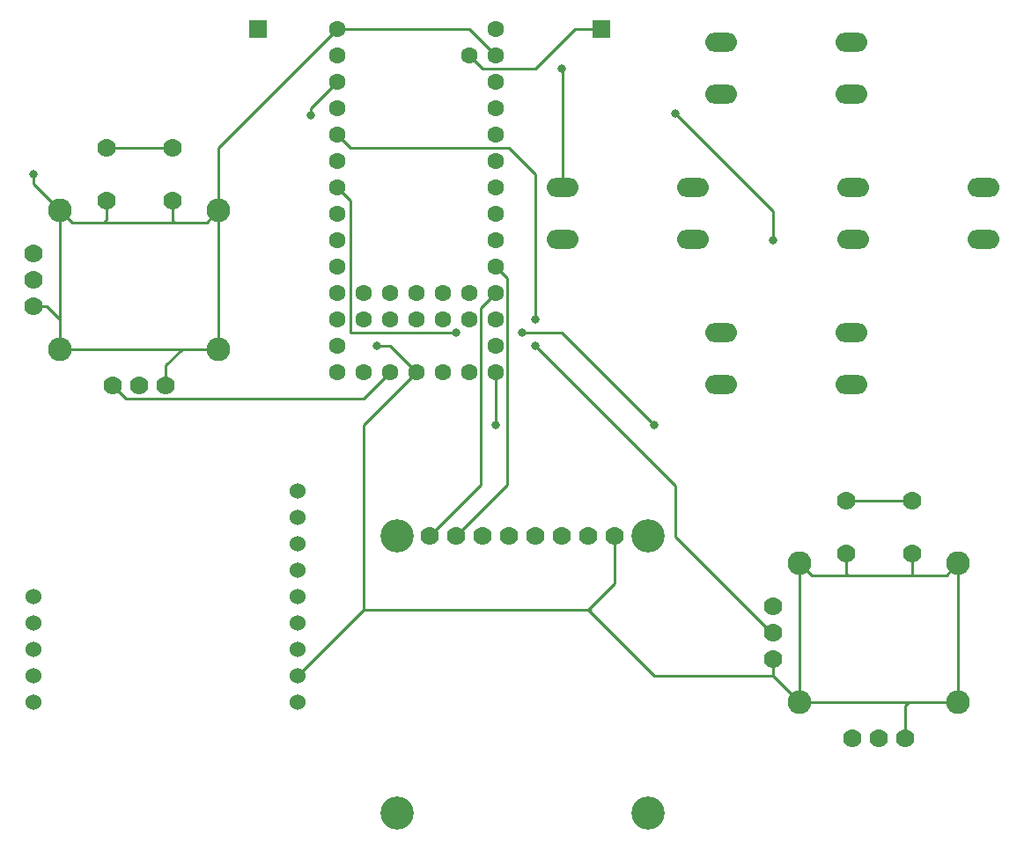
<source format=gbr>
%TF.GenerationSoftware,KiCad,Pcbnew,(6.0.7)*%
%TF.CreationDate,2023-03-27T09:38:56-04:00*%
%TF.ProjectId,RC_PCB,52435f50-4342-42e6-9b69-6361645f7063,rev?*%
%TF.SameCoordinates,Original*%
%TF.FileFunction,Copper,L2,Bot*%
%TF.FilePolarity,Positive*%
%FSLAX46Y46*%
G04 Gerber Fmt 4.6, Leading zero omitted, Abs format (unit mm)*
G04 Created by KiCad (PCBNEW (6.0.7)) date 2023-03-27 09:38:56*
%MOMM*%
%LPD*%
G01*
G04 APERTURE LIST*
%TA.AperFunction,ComponentPad*%
%ADD10C,1.778000*%
%TD*%
%TA.AperFunction,ComponentPad*%
%ADD11C,2.286000*%
%TD*%
%TA.AperFunction,ComponentPad*%
%ADD12R,1.700000X1.700000*%
%TD*%
%TA.AperFunction,ComponentPad*%
%ADD13C,3.200000*%
%TD*%
%TA.AperFunction,ComponentPad*%
%ADD14O,3.048000X1.850000*%
%TD*%
%TA.AperFunction,ComponentPad*%
%ADD15C,1.524000*%
%TD*%
%TA.AperFunction,ComponentPad*%
%ADD16C,1.600000*%
%TD*%
%TA.AperFunction,ViaPad*%
%ADD17C,0.800000*%
%TD*%
%TA.AperFunction,Conductor*%
%ADD18C,0.250000*%
%TD*%
G04 APERTURE END LIST*
D10*
%TO.P,U5,B1A,SEL+*%
%TO.N,/JOY_RIGHT_BTN*%
X188595000Y-97472500D03*
%TO.P,U5,B1B*%
X194945000Y-97472500D03*
%TO.P,U5,B2A,SEL-*%
%TO.N,GND*%
X188595000Y-102552500D03*
%TO.P,U5,B2B*%
X194945000Y-102552500D03*
%TO.P,U5,H1,H+*%
%TO.N,+3V3*%
X189230000Y-120332500D03*
%TO.P,U5,H2,H*%
%TO.N,/JOY_RIGHT_H*%
X191770000Y-120332500D03*
%TO.P,U5,H3,H-*%
%TO.N,GND*%
X194310000Y-120332500D03*
D11*
%TO.P,U5,S1,SHIELD*%
X184150000Y-103505000D03*
%TO.P,U5,S2,SHIELD*%
X184150000Y-116840000D03*
%TO.P,U5,S3,SHIELD*%
X199390000Y-116840000D03*
%TO.P,U5,S4,SHIELD*%
X199390000Y-103505000D03*
D10*
%TO.P,U5,V1,V+*%
%TO.N,+3V3*%
X181610000Y-107632500D03*
%TO.P,U5,V2,V*%
%TO.N,/JOY_RIGHT_V*%
X181610000Y-110172500D03*
%TO.P,U5,V3,V-*%
%TO.N,GND*%
X181610000Y-112712500D03*
%TD*%
%TO.P,U4,B1A,SEL+*%
%TO.N,/JOY_LEFT_BTN*%
X117475000Y-63500000D03*
%TO.P,U4,B1B*%
X123825000Y-63500000D03*
%TO.P,U4,B2A,SEL-*%
%TO.N,GND*%
X117475000Y-68580000D03*
%TO.P,U4,B2B*%
X123825000Y-68580000D03*
%TO.P,U4,H1,H+*%
%TO.N,+3V3*%
X118110000Y-86360000D03*
%TO.P,U4,H2,H*%
%TO.N,/JOY_LEFT_H*%
X120650000Y-86360000D03*
%TO.P,U4,H3,H-*%
%TO.N,GND*%
X123190000Y-86360000D03*
D11*
%TO.P,U4,S1,SHIELD*%
X113030000Y-69532500D03*
%TO.P,U4,S2,SHIELD*%
X113030000Y-82867500D03*
%TO.P,U4,S3,SHIELD*%
X128270000Y-82867500D03*
%TO.P,U4,S4,SHIELD*%
X128270000Y-69532500D03*
D10*
%TO.P,U4,V1,V+*%
%TO.N,+3V3*%
X110490000Y-73660000D03*
%TO.P,U4,V2,V*%
%TO.N,/JOY_LEFT_V*%
X110490000Y-76200000D03*
%TO.P,U4,V3,V-*%
%TO.N,GND*%
X110490000Y-78740000D03*
%TD*%
D12*
%TO.P,JT1 VBAT,1,Pin_1*%
%TO.N,Net-(JT1-Pad1)*%
X132080000Y-52070000D03*
%TD*%
D10*
%TO.P,U3,1,SDA*%
%TO.N,/OLED_SDA*%
X148590000Y-100852500D03*
%TO.P,U3,2,SCL*%
%TO.N,/OLED_SCL*%
X151130000Y-100852500D03*
%TO.P,U3,3,DC*%
%TO.N,unconnected-(U3-Pad3)*%
X153670000Y-100852500D03*
%TO.P,U3,4,RST*%
%TO.N,unconnected-(U3-Pad4)*%
X156210000Y-100852500D03*
%TO.P,U3,5,CS*%
%TO.N,unconnected-(U3-Pad5)*%
X158750000Y-100852500D03*
%TO.P,U3,6,3.3V*%
%TO.N,unconnected-(U3-Pad6)*%
X161290000Y-100852500D03*
%TO.P,U3,7,VIN*%
%TO.N,+3V3*%
X163830000Y-100852500D03*
%TO.P,U3,8,GND*%
%TO.N,GND*%
X166370000Y-100852500D03*
D13*
%TO.P,U3,P$1*%
%TO.N,N/C*%
X169545000Y-127522500D03*
X169545000Y-100852500D03*
X145415000Y-100852500D03*
X145415000Y-127522500D03*
%TD*%
D12*
%TO.P,JT2 VUSB,1,Pin_1*%
%TO.N,Net-(JT2-Pad1)*%
X165100000Y-52070000D03*
%TD*%
D14*
%TO.P,SW4,1,1*%
%TO.N,GND*%
X176640000Y-81320000D03*
X189140000Y-81320000D03*
%TO.P,SW4,2,2*%
%TO.N,/BTN_DOWN*%
X189140000Y-86320000D03*
X176640000Y-86320000D03*
%TD*%
%TO.P,SW2,1,1*%
%TO.N,GND*%
X161400000Y-67350000D03*
X173900000Y-67350000D03*
%TO.P,SW2,2,2*%
%TO.N,/BTN_LEFT*%
X161400000Y-72350000D03*
X173900000Y-72350000D03*
%TD*%
%TO.P,SW3,1,1*%
%TO.N,GND*%
X201840000Y-67350000D03*
X189340000Y-67350000D03*
%TO.P,SW3,2,2*%
%TO.N,/BTN_RIGHT*%
X201840000Y-72350000D03*
X189340000Y-72350000D03*
%TD*%
%TO.P,SW1,1,1*%
%TO.N,GND*%
X176640000Y-53380000D03*
X189140000Y-53380000D03*
%TO.P,SW1,2,2*%
%TO.N,/BTN_UP*%
X176640000Y-58380000D03*
X189140000Y-58380000D03*
%TD*%
D15*
%TO.P,U1,1,VIN*%
%TO.N,+3V3*%
X135890000Y-116840000D03*
%TO.P,U1,2,GND*%
%TO.N,GND*%
X135890000Y-114300000D03*
%TO.P,U1,3,EN*%
%TO.N,unconnected-(U1-Pad3)*%
X135890000Y-111760000D03*
%TO.P,U1,4,G0*%
%TO.N,/LORA_INT*%
X135890000Y-109220000D03*
%TO.P,U1,5,SCK*%
%TO.N,/LORA_SCK*%
X135890000Y-106680000D03*
%TO.P,U1,6,MISO*%
%TO.N,/LORA_MISO*%
X135890000Y-104140000D03*
%TO.P,U1,7,MOSI*%
%TO.N,/LORA_MOSI*%
X135890000Y-101600000D03*
%TO.P,U1,8,CS*%
%TO.N,/LORA_CS*%
X135890000Y-99060000D03*
%TO.P,U1,9,RST*%
%TO.N,/LORA_RST*%
X135890000Y-96520000D03*
%TO.P,U1,10,G1*%
%TO.N,unconnected-(U1-Pad10)*%
X110490000Y-116840000D03*
%TO.P,U1,11,G2*%
%TO.N,unconnected-(U1-Pad11)*%
X110490000Y-114300000D03*
%TO.P,U1,12,G3*%
%TO.N,unconnected-(U1-Pad12)*%
X110490000Y-111760000D03*
%TO.P,U1,13,G4*%
%TO.N,unconnected-(U1-Pad13)*%
X110490000Y-109220000D03*
%TO.P,U1,14,G5*%
%TO.N,unconnected-(U1-Pad14)*%
X110490000Y-106680000D03*
%TD*%
D16*
%TO.P,U2,1,GND*%
%TO.N,GND*%
X139700000Y-52070000D03*
%TO.P,U2,2,0_RX1_CRX2_CS1*%
%TO.N,/JOY_LEFT_V*%
X139700000Y-54610000D03*
%TO.P,U2,3,1_TX1_CTX2_MISO1*%
%TO.N,/JOY_LEFT_H*%
X139700000Y-57150000D03*
%TO.P,U2,4,2_OUT2*%
%TO.N,/JOY_LEFT_BTN*%
X139700000Y-59690000D03*
%TO.P,U2,5,3_LRCLK2*%
%TO.N,/JOY_RIGHT_V*%
X139700000Y-62230000D03*
%TO.P,U2,6,4_BCLK2*%
%TO.N,/JOY_RIGHT_H*%
X139700000Y-64770000D03*
%TO.P,U2,7,5_IN2*%
%TO.N,/JOY_RIGHT_BTN*%
X139700000Y-67310000D03*
%TO.P,U2,8,6_OUT1D*%
%TO.N,unconnected-(U2-Pad8)*%
X139700000Y-69850000D03*
%TO.P,U2,9,7_RX2_OUT1A*%
%TO.N,unconnected-(U2-Pad9)*%
X139700000Y-72390000D03*
%TO.P,U2,10,8_TX2_IN1*%
%TO.N,/LORA_INT*%
X139700000Y-74930000D03*
%TO.P,U2,11,9_OUT1C*%
%TO.N,/LORA_RST*%
X139700000Y-77470000D03*
%TO.P,U2,12,10_CS_MQSR*%
%TO.N,/LORA_CS*%
X139700000Y-80010000D03*
%TO.P,U2,13,11_MOSI_CTX1*%
%TO.N,/LORA_MOSI*%
X139700000Y-82550000D03*
%TO.P,U2,14,12_MISO_MQSL*%
%TO.N,/LORA_MISO*%
X139700000Y-85090000D03*
%TO.P,U2,15,VBAT*%
%TO.N,Net-(JT1-Pad1)*%
X142240000Y-85090000D03*
%TO.P,U2,16,3V3*%
%TO.N,+3V3*%
X144780000Y-85090000D03*
%TO.P,U2,17,GND*%
%TO.N,GND*%
X147320000Y-85090000D03*
%TO.P,U2,18,PROGRAM*%
%TO.N,unconnected-(U2-Pad18)*%
X149860000Y-85090000D03*
%TO.P,U2,19,ON_OFF*%
%TO.N,unconnected-(U2-Pad19)*%
X152400000Y-85090000D03*
%TO.P,U2,20,13_SCK_CRX1_LED*%
%TO.N,/LORA_SCK*%
X154940000Y-85090000D03*
%TO.P,U2,21,14_A0_TX3_SPDIF_OUT*%
%TO.N,unconnected-(U2-Pad21)*%
X154940000Y-82550000D03*
%TO.P,U2,22,15_A1_RX3_SPDIF_IN*%
%TO.N,unconnected-(U2-Pad22)*%
X154940000Y-80010000D03*
%TO.P,U2,23,16_A2_RX4_SCL1*%
%TO.N,/OLED_SDA*%
X154940000Y-77470000D03*
%TO.P,U2,24,17_A3_TX4_SDA1*%
%TO.N,/OLED_SCL*%
X154940000Y-74930000D03*
%TO.P,U2,25,18_A4_SDA0*%
%TO.N,/BTN_LEFT*%
X154940000Y-72390000D03*
%TO.P,U2,26,19_A5_SCL0*%
%TO.N,/BTN_UP*%
X154940000Y-69850000D03*
%TO.P,U2,27,20_A6_TX5_LRCLK1*%
%TO.N,/BTN_RIGHT*%
X154940000Y-67310000D03*
%TO.P,U2,28,21_A7_RX5_BCLK1*%
%TO.N,/BTN_DOWN*%
X154940000Y-64770000D03*
%TO.P,U2,29,22_A8_CTX1*%
%TO.N,unconnected-(U2-Pad29)*%
X154940000Y-62230000D03*
%TO.P,U2,30,23_A9_CRX1_MCLK1*%
%TO.N,unconnected-(U2-Pad30)*%
X154940000Y-59690000D03*
%TO.P,U2,31,3V3*%
%TO.N,+3V3*%
X154940000Y-57150000D03*
%TO.P,U2,32,GND*%
%TO.N,GND*%
X154940000Y-54610000D03*
%TO.P,U2,33,VIN*%
%TO.N,+5V*%
X154940000Y-52070000D03*
%TO.P,U2,34,VUSB*%
%TO.N,Net-(JT2-Pad1)*%
X152400000Y-54610000D03*
%TO.P,U2,35,24_A10_TX6_SCL2*%
%TO.N,unconnected-(U2-Pad35)*%
X152400000Y-80010000D03*
%TO.P,U2,36,25_A11_RX6_SDA2*%
%TO.N,unconnected-(U2-Pad36)*%
X152400000Y-77470000D03*
%TO.P,U2,37,26_A12_MOSI1*%
%TO.N,unconnected-(U2-Pad37)*%
X149860000Y-80010000D03*
%TO.P,U2,38,27_A13_SCK1*%
%TO.N,unconnected-(U2-Pad38)*%
X149860000Y-77470000D03*
%TO.P,U2,39,28_RX7*%
%TO.N,unconnected-(U2-Pad39)*%
X147320000Y-80010000D03*
%TO.P,U2,40,29_TX7*%
%TO.N,unconnected-(U2-Pad40)*%
X147320000Y-77470000D03*
%TO.P,U2,41,30_CRX3*%
%TO.N,unconnected-(U2-Pad41)*%
X144780000Y-80010000D03*
%TO.P,U2,42,31_CTX3*%
%TO.N,unconnected-(U2-Pad42)*%
X144780000Y-77470000D03*
%TO.P,U2,43,32_OUT1B*%
%TO.N,unconnected-(U2-Pad43)*%
X142240000Y-80010000D03*
%TO.P,U2,44,33_MCLK2*%
%TO.N,unconnected-(U2-Pad44)*%
X142240000Y-77470000D03*
%TD*%
D17*
%TO.N,+3V3*%
X172207700Y-60235500D03*
X181610000Y-72390000D03*
%TO.N,GND*%
X110490000Y-66040000D03*
X161290000Y-55880000D03*
X143510000Y-82550000D03*
%TO.N,/LORA_SCK*%
X154940000Y-90170000D03*
%TO.N,/JOY_LEFT_H*%
X137160000Y-60414500D03*
%TO.N,/JOY_RIGHT_V*%
X158750000Y-80010000D03*
X158750000Y-82550000D03*
%TO.N,/JOY_RIGHT_BTN*%
X157480000Y-81280000D03*
X151130000Y-81280000D03*
X170180000Y-90170000D03*
%TD*%
D18*
%TO.N,/JOY_LEFT_BTN*%
X123825000Y-63500000D02*
X117475000Y-63500000D01*
%TO.N,/JOY_RIGHT_BTN*%
X194945000Y-97472500D02*
X188595000Y-97472500D01*
%TO.N,/JOY_RIGHT_V*%
X172210000Y-96010000D02*
X158750000Y-82550000D01*
X172210000Y-100931250D02*
X172210000Y-96010000D01*
X181451250Y-110172500D02*
X172210000Y-100931250D01*
X181610000Y-110172500D02*
X181451250Y-110172500D01*
%TO.N,/OLED_SDA*%
X148590000Y-100852500D02*
X153525000Y-95917500D01*
X153525000Y-95917500D02*
X153525000Y-78885000D01*
X153525000Y-78885000D02*
X154940000Y-77470000D01*
%TO.N,/OLED_SCL*%
X156065000Y-95917500D02*
X156065000Y-76055000D01*
X151130000Y-100852500D02*
X156065000Y-95917500D01*
%TO.N,GND*%
X166370000Y-105410000D02*
X163830000Y-107950000D01*
X166370000Y-100852500D02*
X166370000Y-105410000D01*
X142240000Y-90170000D02*
X142240000Y-107950000D01*
X147320000Y-85090000D02*
X142240000Y-90170000D01*
%TO.N,+3V3*%
X181610000Y-69637800D02*
X181610000Y-72390000D01*
X144780000Y-85090000D02*
X142240000Y-87630000D01*
X172207700Y-60235500D02*
X181610000Y-69637800D01*
X119380000Y-87630000D02*
X118110000Y-86360000D01*
X142240000Y-87630000D02*
X119380000Y-87630000D01*
%TO.N,GND*%
X184150000Y-103505000D02*
X184150000Y-116840000D01*
X139700000Y-52070000D02*
X128270000Y-63500000D01*
X161400000Y-55990000D02*
X161400000Y-67350000D01*
X147320000Y-85090000D02*
X144780000Y-82550000D01*
X199390000Y-103505000D02*
X198247000Y-104648000D01*
X170180000Y-114300000D02*
X163830000Y-107950000D01*
X181610000Y-114300000D02*
X170180000Y-114300000D01*
X117475000Y-68580000D02*
X117475000Y-70485000D01*
X194310000Y-120332500D02*
X194310000Y-117157500D01*
X188595000Y-104457500D02*
X188785500Y-104648000D01*
X199390000Y-116840000D02*
X199390000Y-103505000D01*
X184150000Y-116840000D02*
X194627500Y-116840000D01*
X164080000Y-107950000D02*
X142240000Y-107950000D01*
X194310000Y-117157500D02*
X194627500Y-116840000D01*
X184150000Y-116840000D02*
X181610000Y-114300000D01*
X127127000Y-70675500D02*
X124015500Y-70675500D01*
X123190000Y-84455000D02*
X124777500Y-82867500D01*
X142240000Y-107950000D02*
X135890000Y-114300000D01*
X123825000Y-68580000D02*
X123825000Y-70485000D01*
X123190000Y-86360000D02*
X123190000Y-84455000D01*
X110490000Y-78740000D02*
X111760000Y-78740000D01*
X139700000Y-52070000D02*
X152400000Y-52070000D01*
X124015500Y-70675500D02*
X117284500Y-70675500D01*
X114173000Y-70675500D02*
X113030000Y-69532500D01*
X188595000Y-102552500D02*
X188595000Y-104457500D01*
X195072000Y-104648000D02*
X188785500Y-104648000D01*
X128270000Y-69532500D02*
X128270000Y-82867500D01*
X111760000Y-78740000D02*
X113030000Y-80010000D01*
X185293000Y-104648000D02*
X184150000Y-103505000D01*
X188785500Y-104648000D02*
X185293000Y-104648000D01*
X198247000Y-104648000D02*
X195072000Y-104648000D01*
X194945000Y-104521000D02*
X195072000Y-104648000D01*
X117284500Y-70675500D02*
X114173000Y-70675500D01*
X123825000Y-70485000D02*
X124015500Y-70675500D01*
X110490000Y-66992500D02*
X113030000Y-69532500D01*
X128270000Y-63500000D02*
X128270000Y-69532500D01*
X117475000Y-70485000D02*
X117284500Y-70675500D01*
X194627500Y-116840000D02*
X199390000Y-116840000D01*
X110490000Y-66040000D02*
X110490000Y-66992500D01*
X113030000Y-69532500D02*
X113030000Y-82867500D01*
X181610000Y-114300000D02*
X181610000Y-112712500D01*
X128270000Y-69532500D02*
X127127000Y-70675500D01*
X144780000Y-82550000D02*
X143510000Y-82550000D01*
X152400000Y-52070000D02*
X154940000Y-54610000D01*
X194945000Y-102552500D02*
X194945000Y-104521000D01*
X124777500Y-82867500D02*
X128270000Y-82867500D01*
X113030000Y-82867500D02*
X124777500Y-82867500D01*
X161290000Y-55880000D02*
X161400000Y-55990000D01*
%TO.N,Net-(JT2-Pad1)*%
X152400000Y-54610000D02*
X153670000Y-55880000D01*
X153670000Y-55880000D02*
X158750000Y-55880000D01*
X158750000Y-55880000D02*
X162560000Y-52070000D01*
X162560000Y-52070000D02*
X165100000Y-52070000D01*
%TO.N,/LORA_SCK*%
X154940000Y-85090000D02*
X154940000Y-90170000D01*
%TO.N,/JOY_LEFT_H*%
X137160000Y-60414500D02*
X137160000Y-59690000D01*
X137160000Y-59690000D02*
X139700000Y-57150000D01*
%TO.N,/JOY_RIGHT_V*%
X139700000Y-62230000D02*
X140970000Y-63500000D01*
X158750000Y-80010000D02*
X158750000Y-66040000D01*
X158750000Y-66040000D02*
X156210000Y-63500000D01*
X156210000Y-63500000D02*
X140970000Y-63500000D01*
%TO.N,/JOY_RIGHT_BTN*%
X140970000Y-81280000D02*
X140970000Y-68580000D01*
X170180000Y-90170000D02*
X161290000Y-81280000D01*
X151130000Y-81280000D02*
X140970000Y-81280000D01*
X140970000Y-68580000D02*
X139700000Y-67310000D01*
X161290000Y-81280000D02*
X157480000Y-81280000D01*
%TO.N,/OLED_SCL*%
X154940000Y-74930000D02*
X156065000Y-76055000D01*
%TD*%
M02*

</source>
